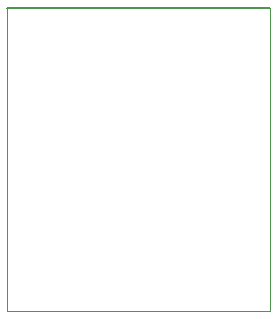
<source format=gko>
G04 Layer_Color=16711935*
%FSLAX44Y44*%
%MOMM*%
G71*
G01*
G75*
%ADD29C,0.1270*%
%ADD44C,0.1000*%
D29*
X0Y0D02*
X222250D01*
D44*
X0Y-256540D02*
X222250D01*
Y0D01*
X0Y-256540D02*
Y0D01*
M02*

</source>
